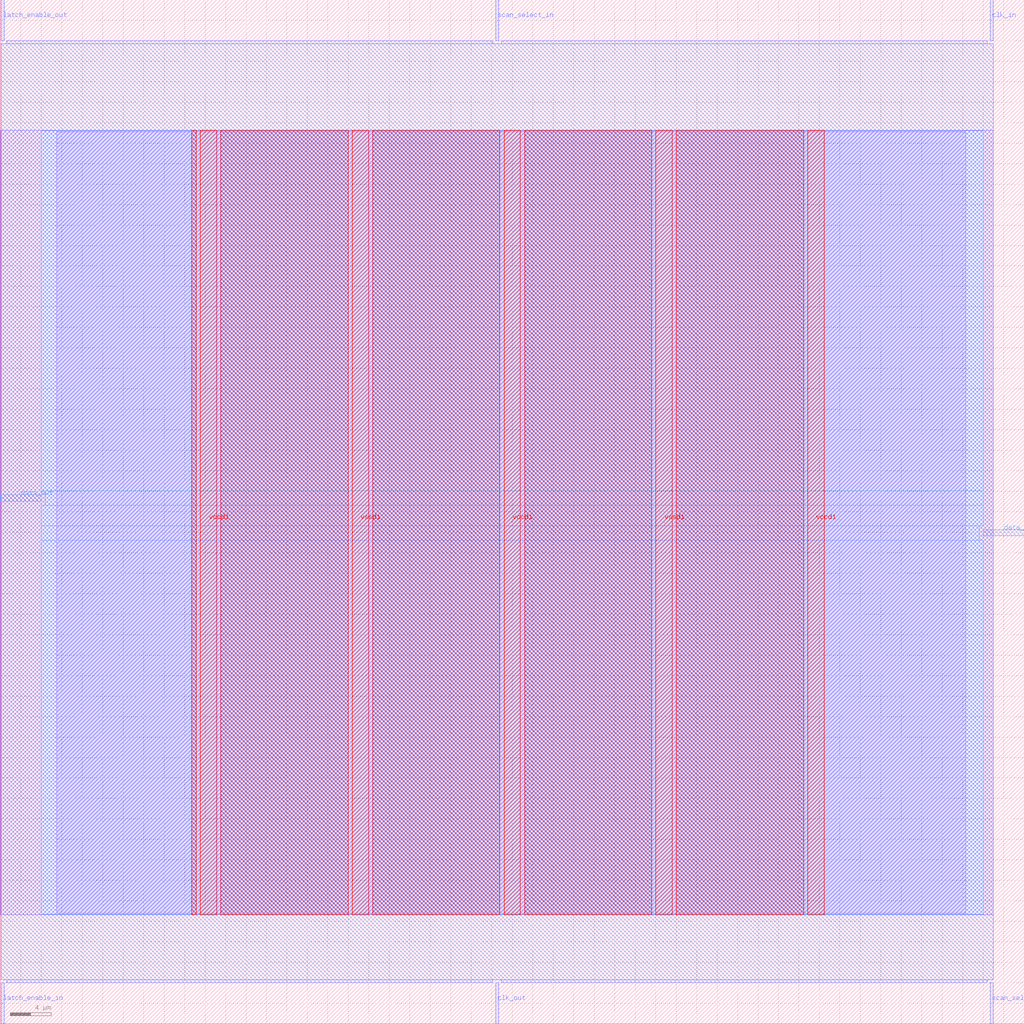
<source format=lef>
VERSION 5.7 ;
  NOWIREEXTENSIONATPIN ON ;
  DIVIDERCHAR "/" ;
  BUSBITCHARS "[]" ;
MACRO scan_wrapper_341419328215712339
  CLASS BLOCK ;
  FOREIGN scan_wrapper_341419328215712339 ;
  ORIGIN 0.000 0.000 ;
  SIZE 100.000 BY 100.000 ;
  PIN clk_in
    DIRECTION INPUT ;
    USE SIGNAL ;
    PORT
      LAYER met2 ;
        RECT 96.690 96.000 96.970 100.000 ;
    END
  END clk_in
  PIN clk_out
    DIRECTION OUTPUT TRISTATE ;
    USE SIGNAL ;
    PORT
      LAYER met2 ;
        RECT 48.390 0.000 48.670 4.000 ;
    END
  END clk_out
  PIN data_in
    DIRECTION INPUT ;
    USE SIGNAL ;
    PORT
      LAYER met3 ;
        RECT 96.000 47.640 100.000 48.240 ;
    END
  END data_in
  PIN data_out
    DIRECTION OUTPUT TRISTATE ;
    USE SIGNAL ;
    PORT
      LAYER met3 ;
        RECT 0.000 51.040 4.000 51.640 ;
    END
  END data_out
  PIN latch_enable_in
    DIRECTION INPUT ;
    USE SIGNAL ;
    PORT
      LAYER met2 ;
        RECT 0.090 0.000 0.370 4.000 ;
    END
  END latch_enable_in
  PIN latch_enable_out
    DIRECTION OUTPUT TRISTATE ;
    USE SIGNAL ;
    PORT
      LAYER met2 ;
        RECT 0.090 96.000 0.370 100.000 ;
    END
  END latch_enable_out
  PIN scan_select_in
    DIRECTION INPUT ;
    USE SIGNAL ;
    PORT
      LAYER met2 ;
        RECT 48.390 96.000 48.670 100.000 ;
    END
  END scan_select_in
  PIN scan_select_out
    DIRECTION OUTPUT TRISTATE ;
    USE SIGNAL ;
    PORT
      LAYER met2 ;
        RECT 96.690 0.000 96.970 4.000 ;
    END
  END scan_select_out
  PIN vccd1
    DIRECTION INPUT ;
    USE POWER ;
    PORT
      LAYER met4 ;
        RECT 19.550 10.640 21.150 87.280 ;
    END
    PORT
      LAYER met4 ;
        RECT 49.200 10.640 50.800 87.280 ;
    END
    PORT
      LAYER met4 ;
        RECT 78.855 10.640 80.455 87.280 ;
    END
  END vccd1
  PIN vssd1
    DIRECTION INPUT ;
    USE GROUND ;
    PORT
      LAYER met4 ;
        RECT 34.370 10.640 35.970 87.280 ;
    END
    PORT
      LAYER met4 ;
        RECT 64.025 10.640 65.625 87.280 ;
    END
  END vssd1
  OBS
      LAYER li1 ;
        RECT 5.520 10.795 94.300 87.125 ;
      LAYER met1 ;
        RECT 0.070 10.640 96.990 87.280 ;
      LAYER met2 ;
        RECT 0.650 95.720 48.110 96.000 ;
        RECT 48.950 95.720 96.410 96.000 ;
        RECT 0.100 4.280 96.960 95.720 ;
        RECT 0.650 4.000 48.110 4.280 ;
        RECT 48.950 4.000 96.410 4.280 ;
      LAYER met3 ;
        RECT 4.000 52.040 96.000 87.205 ;
        RECT 4.400 50.640 96.000 52.040 ;
        RECT 4.000 48.640 96.000 50.640 ;
        RECT 4.000 47.240 95.600 48.640 ;
        RECT 4.000 10.715 96.000 47.240 ;
      LAYER met4 ;
        RECT 18.695 10.640 19.150 87.280 ;
        RECT 21.550 10.640 33.970 87.280 ;
        RECT 36.370 10.640 48.800 87.280 ;
        RECT 51.200 10.640 63.625 87.280 ;
        RECT 66.025 10.640 78.455 87.280 ;
  END
END scan_wrapper_341419328215712339
END LIBRARY


</source>
